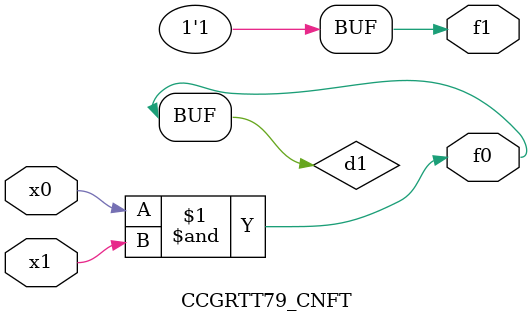
<source format=v>
module CCGRTT79_CNFT(
	input x0, x1,
	output f0, f1
);

	wire d1;

	assign f0 = d1;
	and (d1, x0, x1);
	assign f1 = 1'b1;
endmodule

</source>
